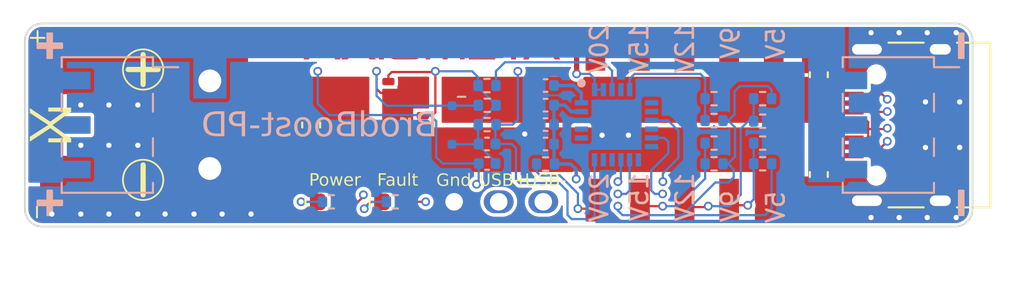
<source format=kicad_pcb>
(kicad_pcb (version 20241229) (generator "pcbnew") (generator_version "9.0")
  (layers (0 "F.Cu" mixed) (4 "In1.Cu" signal) (6 "In2.Cu" signal) (2 "B.Cu" mixed) (13 "F.Paste" user) (15 "B.Paste" user) (5 "F.SilkS" user "F.Silkscreen") (7 "B.SilkS" user "B.Silkscreen") (1 "F.Mask" user) (3 "B.Mask" user) (25 "Edge.Cuts" user))
  (net 0 "")
  (net 1 "GND")
  (net 2 "+3V3")
  (net 3 "/CC2")
  (net 4 "/CC1")
  (net 5 "/USB_M")
  (net 6 "/USB_P")
  (net 12 "/SCL_3")
  (net 13 "/SDA_3")
  (net 14 "/USB_C_V+")
  (net 15 "Net-(D2-A)")
  (net 16 "/OUTPUT_V+")
  (net 17 "Net-(IC1-VCCD)")
  (net 18 "/FAULT_LED")
  (net 19 "Net-(D3-K)")
  (net 20 "/VBUS_FET_EN")
  (net 21 "/INT_3")
  (net 22 "Net-(D2-K)")
  (net 23 "/VBUS_MAX")
  (net 24 "/ISNK_COARSE")
  (net 25 "Net-(D1-K)")
  (net 28 "Net-(R16-Pad1)")
  (net 29 "Net-(R18-Pad1)")
  (net 30 "Net-(R20-Pad1)")
  (net 31 "Net-(R1-Pad2)")
  (footprint "aArtWork:Axiometa_Logo" (layer "F.Cu") (at 147.714223 99.194205)
    (property "Reference" "G***" (hide yes))
    (property "Value" "LOGO" (hide yes))
  )
  (footprint "Connector_PinSocket_2.54mm:PinSocket_1x02_P2.54mm_Vertical_SMD_Pin1Left" (layer "F.Cu") (at 128.733178 103.36375 180)
    (property "Reference" "N21" (hide yes))
    (property "Value" "Conn_01x02_Pin" (hide yes))
  )
  (footprint "TerminalBlock_4Ucon:TerminalBlock_4Ucon_1x02_P3.50mm_Vertical" (layer "F.Cu") (at 136.153178 103.34775 -90)
    (property "Reference" "J4" (hide yes))
    (property "Value" "Conn_01x02_Pin" (hide yes))
  )
  (footprint "Capacitor_SMD:C_0603_1608Metric" (layer "F.Cu") (at 170.853178 100.49775 90)
    (property "Reference" "C3" (hide yes))
    (property "Value" "0.1 uF")
  )
  (footprint "Capacitor_SMD:C_0603_1608Metric" (layer "F.Cu") (at 170.853178 106.19075 -90)
    (property "Reference" "C1" (hide yes))
    (property "Value" "3.3 uF")
  )
  (footprint "Package_SON:Diodes_PowerDI3333-8" (layer "F.Cu") (at 144.829178 101.86075 180)
    (property "Reference" "Q3" (hide yes))
    (property "Value" "DMP3013")
  )
  (footprint "LED_SMD:LED_0603_1608Metric" (layer "F.Cu") (at 146.745178 107.74775)
    (property "Reference" "D3" (hide yes))
    (property "Value" "Red")
  )
  (footprint "LED_SMD:LED_0603_1608Metric" (layer "F.Cu") (at 143.082178 107.74775)
    (property "Reference" "D1" (hide yes))
    (property "Value" "Green")
  )
  (footprint "aArtWork:Axiometa_2mm" (layer "F.Cu") (at 127.078178 103.36375 -90)
    (property "Reference" "G***" (hide yes))
    (property "Value" "LOGO" (hide yes))
  )
  (footprint "Connector_PinHeader_2.54mm:PinHeader_1x04_P2.54mm_Horizontal" (layer "F.Cu") (at 157.693178 107.74775 -90)
    (property "Reference" "J6" (hide yes))
    (property "Value" "Output" (hide yes))
  )
  (footprint "Button_Switch_SMD:SW_DIP_SPSTx05_Slide_9.78x14.88mm_W8.61mm_P2.54mm" (layer "F.Cu") (at 163.203178 103.34775 -90)
    (property "Reference" "SW1" (hide yes))
    (property "Value" "SW_DIP_x05" (hide yes))
  )
  (footprint "Package_SON:Diodes_PowerDI3333-8" (layer "F.Cu") (at 149.789178 101.85825)
    (property "Reference" "Q2" (hide yes))
    (property "Value" "DMP3013")
  )
  (footprint "aArtWork:Axiometa_Logo" (layer "F.Cu") (at 147.714223 99.194205)
    (property "Reference" "G***" (hide yes))
    (property "Value" "LOGO" (hide yes))
  )
  (footprint "Connector_USB:USB_C_Receptacle_HRO_TYPE-C-31-M-12" (layer "F.Cu") (at 176.723178 103.36625 90)
    (property "Reference" "P1" (hide yes))
    (property "Value" "USB Type C")
  )
  (footprint "Capacitor_SMD:C_0603_1608Metric" (layer "F.Cu") (at 141.928178 103.36625 -90)
    (property "Reference" "C4" (hide yes))
    (property "Value" "3.3 uF")
  )
  (footprint "Capacitor_SMD:C_0402_1005Metric" (layer "B.Cu") (at 155.285178 103.34175 180)
    (property "Reference" "C12" (hide yes))
    (property "Value" "100nF")
  )
  (footprint "Capacitor_SMD:C_0402_1005Metric" (layer "B.Cu") (at 155.285178 102.23175 180)
    (property "Reference" "C10" (hide yes))
    (property "Value" "1uF")
  )
  (footprint "Resistor_SMD:R_0402_1005Metric" (layer "B.Cu") (at 164.883178 104.39775 180)
    (property "Reference" "R21" (hide yes))
    (property "Value" "5.1k")
  )
  (footprint "Capacitor_SMD:C_0402_1005Metric" (layer "B.Cu") (at 155.285178 104.45175 180)
    (property "Reference" "C11" (hide yes))
    (property "Value" "1uF")
  )
  (footprint "Resistor_SMD:R_0402_1005Metric" (layer "B.Cu") (at 167.653178 105.57775)
    (property "Reference" "R16" (hide yes))
    (property "Value" "5.1k")
  )
  (footprint "Capacitor_SMD:C_0402_1005Metric" (layer "B.Cu") (at 151.947178 104.44775 180)
    (property "Reference" "C2" (hide yes))
    (property "Value" "1uF")
  )
  (footprint "Resistor_SMD:R_0402_1005Metric" (layer "B.Cu") (at 155.285178 105.59175 180)
    (property "Reference" "R1" (hide yes))
    (property "Value" "1k")
  )
  (footprint "Capacitor_SMD:C_0402_1005Metric" (layer "B.Cu") (at 151.953178 105.55975)
    (property "Reference" "C9" (hide yes))
    (property "Value" "1uF")
  )
  (footprint "Diode_SMD:D_SOD-323F" (layer "B.Cu") (at 149.953178 103.36375 -90)
    (property "Reference" "D2" (hide yes))
    (property "Value" "15V")
  )
  (footprint "Resistor_SMD:R_0402_1005Metric" (layer "B.Cu") (at 167.653178 104.39775 180)
    (property "Reference" "R17" (hide yes))
    (property "Value" "1k")
  )
  (footprint "Connector_PinHeader_2.54mm:PinHeader_2x03_P2.54mm_Vertical_SMD" (layer "B.Cu") (at 130.313178 103.36375 180)
    (property "Reference" "J2" (hide yes))
    (property "Value" "Conn_02x02_Counter_Clockwise")
  )
  (footprint "Resistor_SMD:R_0402_1005Metric" (layer "B.Cu") (at 164.883178 101.86175 180)
    (property "Reference" "R31" (hide yes))
    (property "Value" "2.4k")
  )
  (footprint "Resistor_SMD:R_0402_1005Metric" (layer "B.Cu") (at 151.953178 103.34175)
    (property "Reference" "R8" (hide yes))
    (property "Value" "10k")
  )
  (footprint "Resistor_SMD:R_0402_1005Metric" (layer "B.Cu") (at 164.883178 103.11175)
    (property "Reference" "R30" (hide yes))
    (property "Value" "5.1k")
  )
  (footprint "Resistor_SMD:R_0402_1005Metric" (layer "B.Cu") (at 167.653178 101.86175)
    (property "Reference" "R18" (hide yes))
    (property "Value" "5.1k")
  )
  (footprint "Resistor_SMD:R_0402_1005Metric" (layer "B.Cu") (at 143.082178 107.74775 180)
    (property "Reference" "R4" (hide yes))
    (property "Value" "10k")
  )
  (footprint "Resistor_SMD:R_0402_1005Metric" (layer "B.Cu") (at 151.959178 102.23875 180)
    (property "Reference" "R9" (hide yes))
    (property "Value" "49.9k")
  )
  (footprint "Resistor_SMD:R_0402_1005Metric" (layer "B.Cu") (at 151.945178 101.11375 180)
    (property "Reference" "R10" (hide yes))
    (property "Value" "1k")
  )
  (footprint "Connector_PinHeader_2.54mm:PinHeader_2x03_P2.54mm_Vertical_SMD" (layer "B.Cu") (at 174.813178 103.36375 180)
    (property "Reference" "J1" (hide yes))
    (property "Value" "Conn_02x02_Counter_Clockwise")
  )
  (footprint "Capacitor_SMD:C_0402_1005Metric" (layer "B.Cu") (at 155.285178 101.11225 180)
    (property "Reference" "C13" (hide yes))
    (property "Value" "1uF")
  )
  (footprint "aFootprint:CYPD3177" (layer "B.Cu") (at 159.324178 103.35075 -90)
    (property "Reference" "IC1" (hide yes))
    (property "Value" "CYPD3177" (hide yes))
  )
  (footprint "Resistor_SMD:R_0402_1005Metric" (layer "B.Cu") (at 164.883178 105.57775)
    (property "Reference" "R20" (hide yes))
    (property "Value" "5.1k")
  )
  (footprint "Resistor_SMD:R_0402_1005Metric" (layer "B.Cu") (at 146.725178 107.74775 180)
    (property "Reference" "R11" (hide yes))
    (property "Value" "2k")
  )
  (footprint "Resistor_SMD:R_0402_1005Metric" (layer "B.Cu") (at 167.653178 103.14775 180)
    (property "Reference" "R19" (hide yes))
    (property "Value" "2.4k")
  )
  (gr_circle (center 132.353178 100.19775) (end 133.503178 100.19775) (stroke (width 0.1)) (fill no) (layer "F.SilkS"))
  (gr_circle (center 132.353178 106.49775) (end 133.503178 106.49775) (stroke (width 0.1)) (fill no) (layer "F.SilkS"))
  (gr_line (start 131.504428 100.19775) (end 133.201928 100.19775) (stroke (width 0.3)) (layer "F.SilkS"))
  (gr_line (start 132.353178 107.3465) (end 132.353178 105.649) (stroke (width 0.3)) (layer "F.SilkS"))
  (gr_line (start 132.353178 99.349) (end 132.353178 101.0465) (stroke (width 0.3)) (layer "F.SilkS"))
  (gr_rect (start 126.329178 107.67175) (end 127.743178 107.94775) (stroke (width 0.1)) (fill yes) (layer "B.SilkS"))
  (gr_rect (start 178.828178 107.10275) (end 179.104178 108.51675) (stroke (width 0.1)) (fill yes) (layer "B.SilkS"))
  (gr_rect (start 126.891178 107.10275) (end 127.167178 108.51675) (stroke (width 0.1)) (fill yes) (layer "B.SilkS"))
  (gr_rect (start 178.828178 98.13375) (end 179.104178 99.54775) (stroke (width 0.1)) (fill yes) (layer "B.SilkS"))
  (gr_rect (start 126.891178 98.13375) (end 127.167178 99.54775) (stroke (width 0.1)) (fill yes) (layer "B.SilkS"))
  (gr_rect (start 126.329178 98.70275) (end 127.743178 98.97875) (stroke (width 0.1)) (fill yes) (layer "B.SilkS"))
  (gr_line (start 178.613178 109.16375) (end 126.613178 109.16375) (stroke (width 0.1)) (layer "Edge.Cuts"))
  (gr_arc (start 125.613178 98.56875) (mid 125.906054 97.861611) (end 126.613178 97.56875) (stroke (width 0.1)) (layer "Edge.Cuts"))
  (gr_line (start 126.613178 97.56875) (end 178.61 97.56875) (stroke (width 0.1)) (layer "Edge.Cuts"))
  (gr_arc (start 179.613178 108.16375) (mid 179.320302 108.870889) (end 178.613178 109.16375) (stroke (width 0.1)) (layer "Edge.Cuts"))
  (gr_arc (start 178.613178 97.56875) (mid 179.320267 97.861646) (end 179.613178 98.56875) (stroke (width 0.1)) (layer "Edge.Cuts"))
  (gr_arc (start 126.613178 109.16375) (mid 125.906089 108.870854) (end 125.613178 108.16375) (stroke (width 0.1)) (layer "Edge.Cuts"))
  (gr_line (start 125.613178 108.16375) (end 125.613178 98.56875) (stroke (width 0.1)) (layer "Edge.Cuts"))
  (gr_line (start 179.613178 98.56875) (end 179.613178 108.16375) (stroke (width 0.1)) (layer "Edge.Cuts"))
  (gr_text "Power" (at 141.803178 106.94775 0) (layer "F.SilkS") (effects (font (size 0.7 0.7) (thickness 0.125)) (justify left bottom)))
  (gr_text "Fault" (at 145.683178 106.94975 0) (layer "F.SilkS") (effects (font (size 0.7 0.7) (thickness 0.125)) (justify left bottom)))
  (gr_text "-" (at 126.853178 108.74775 90) (layer "F.SilkS") (effects (font (size 1 1) (thickness 0.125)) (justify left bottom)))
  (gr_text "USB+" (at 151.453178 106.96075 0) (layer "F.SilkS") (effects (font (size 0.7 0.7) (thickness 0.125)) (justify left bottom)))
  (gr_text "Gnd" (at 149.053178 106.96075 0) (layer "F.SilkS") (effects (font (size 0.7 0.7) (thickness 0.125)) (justify left bottom)))
  (gr_text "USB-" (at 154.103178 106.96075 0) (layer "F.SilkS") (effects (font (size 0.7 0.7) (thickness 0.125)) (justify left bottom)))
  (gr_text "+" (at 125.753178 98.99775 0) (layer "F.SilkS") (effects (font (size 1 1) (thickness 0.125)) (justify left bottom)))
  (gr_text "-" (at 126.853178 108.39775 90) (layer "F.SilkS") (effects (font (size 1 1) (thickness 0.125)) (justify left bottom)))
  (gr_text "9V" (at 166.403178 97.67275 90) (layer "B.SilkS") (effects (font (size 1 1)) (justify left bottom mirror)))
  (gr_text "5V" (at 168.978178 97.72275 90) (layer "B.SilkS") (effects (font (size 1 1)) (justify left bottom mirror)))
  (gr_text "15V" (at 161.203178 105.99775 90) (layer "B.SilkS") (effects (font (size 1 1)) (justify left bottom mirror)))
  (gr_text "BrodBoost-PD" (at 142.403178 104.24775 0) (layer "B.SilkS") (effects (font (size 1.4 1.4) (thickness 0.175)) (justify bottom mirror)))
  (gr_text "15V" (at 161.203178 97.52275 90) (layer "B.SilkS") (effects (font (size 1 1)) (justify left bottom mirror)))
  (gr_text "12V" (at 163.803178 105.99775 90) (layer "B.SilkS") (effects (font (size 1 1)) (justify left bottom mirror)))
  (gr_text "9V" (at 166.403178 106.99775 90) (layer "B.SilkS") (effects (font (size 1 1)) (justify left bottom mirror)))
  (gr_text "20V" (at 158.928178 106.02275 90) (layer "B.SilkS") (effects (font (size 1 1)) (justify left bottom mirror)))
  (gr_text "5V" (at 168.978178 107.04775 90) (layer "B.SilkS") (effects (font (size 1 1)) (justify left bottom mirror)))
  (gr_text "12V" (at 163.803178 97.52275 90) (layer "B.SilkS") (effects (font (size 1 1)) (justify left bottom mirror)))
  (gr_text "20V" (at 158.928178 97.54775 90) (layer "B.SilkS") (effects (font (size 1 1)) (justify left bottom mirror)))
  (via (at 136.853178 108.44775) (size 0.5) (drill 0.3) (layers "F.Cu" "B.Cu") (net 1))
  (via (at 135.253178 108.44775) (size 0.5) (drill 0.3) (layers "F.Cu" "B.Cu") (net 1))
  (via (at 154.099178 103.87875) (size 0.5) (drill 0.3) (layers "F.Cu" "B.Cu") (net 1))
  (via (at 128.803178 104.52275) (size 0.5) (drill 0.3) (layers "F.Cu" "B.Cu") (net 1))
  (via (at 178.878178 102.04775) (size 0.5) (drill 0.3) (layers "F.Cu" "B.Cu") (net 1))
  (via (at 128.803178 108.44775) (size 0.5) (drill 0.3) (layers "F.Cu" "B.Cu") (net 1))
  (via (at 132.053178 104.52275) (size 0.5) (drill 0.3) (layers "F.Cu" "B.Cu") (net 1))
  (via (at 176.928178 104.64775) (size 0.5) (drill 0.3) (layers "F.Cu" "B.Cu") (net 1))
  (via (at 130.403178 104.52275) (size 0.5) (drill 0.3) (layers "F.Cu" "B.Cu") (net 1))
  (via (at 173.828178 98.09775) (size 0.5) (drill 0.3) (layers "F.Cu" "B.Cu") (net 1))
  (via (at 138.503178 108.44775) (size 0.5) (drill 0.3) (layers "F.Cu" "B.Cu") (net 1))
  (via (at 175.428178 108.64775) (size 0.5) (drill 0.3) (layers "F.Cu" "B.Cu") (net 1))
  (via (at 158.503178 103.94775) (size 0.5) (drill 0.3) (layers "F.Cu" "B.Cu") (net 1))
  (via (at 176.928178 102.04775) (size 0.5) (drill 0.3) (layers "F.Cu" "B.Cu") (net 1))
  (via (at 177.028178 98.09775) (size 0.5) (drill 0.3) (layers "F.Cu" "B.Cu") (net 1))
  (via (at 175.428178 98.09775) (size 0.5) (drill 0.3) (layers "F.Cu" "B.Cu") (net 1))
  (via (at 160.003178 103.94775) (size 0.5) (drill 0.3) (layers "F.Cu" "B.Cu") (net 1))
  (via (at 177.028178 108.64775) (size 0.5) (drill 0.3) (layers "F.Cu" "B.Cu") (net 1))
  (via (at 130.403178 102.22275) (size 0.5) (drill 0.3) (layers "F.Cu" "B.Cu") (net 1))
  (via (at 178.678178 108.64775) (size 0.5) (drill 0.3) (layers "F.Cu" "B.Cu") (net 1))
  (via (at 173.828178 108.64775) (size 0.5) (drill 0.3) (layers "F.Cu" "B.Cu") (net 1))
  (via (at 132.053178 102.22275) (size 0.5) (drill 0.3) (layers "F.Cu" "B.Cu") (net 1))
  (via (at 178.878178 104.64775) (size 0.5) (drill 0.3) (layers "F.Cu" "B.Cu") (net 1))
  (via (at 132.053178 108.44775) (size 0.5) (drill 0.3) (layers "F.Cu" "B.Cu") (net 1))
  (via (at 178.678178 98.09775) (size 0.5) (drill 0.3) (layers "F.Cu" "B.Cu") (net 1))
  (via (at 128.803178 102.22275) (size 0.5) (drill 0.3) (layers "F.Cu" "B.Cu") (net 1))
  (via (at 127.153178 108.44775) (size 0.5) (drill 0.3) (layers "F.Cu" "B.Cu") (net 1))
  (via (at 130.403178 108.44775) (size 0.5) (drill 0.3) (layers "F.Cu" "B.Cu") (net 1))
  (via (at 133.603178 108.44775) (size 0.5) (drill 0.3) (layers "F.Cu" "B.Cu") (net 1))
  (segment (start 157.850178 104.60075) (end 157.324178 104.60075) (width 0.127) (layer "B.Cu") (net 1))
  (segment (start 154.805178 101.11225) (end 154.805178 104.45175) (width 0.2) (layer "B.Cu") (net 1))
  (segment (start 158.503178 103.94775) (end 157.850178 104.60075) (width 0.127) (layer "B.Cu") (net 1))
  (segment (start 144.903178 107.44775) (end 144.903178 107.34775) (width 0.127) (layer "F.Cu") (net 2))
  (segment (start 144.603178 107.74775) (end 144.903178 107.44775) (width 0.127) (layer "F.Cu") (net 2))
  (segment (start 143.869678 107.74775) (end 144.603178 107.74775) (width 0.127) (layer "F.Cu") (net 2))
  (via (at 157.028178 106.44775) (size 0.5) (drill 0.3) (layers "F.Cu" "B.Cu") (net 2))
  (via (at 159.403178 107.99775) (size 0.5) (drill 0.3) (layers "F.Cu" "B.Cu") (net 2))
  (via (at 144.903178 107.34775) (size 0.5) (drill 0.3) (layers "F.Cu" "B.Cu") (net 2))
  (segment (start 168.163178 101.86175) (end 168.163178 101.35775) (width 0.127) (layer "B.Cu") (net 2))
  (segment (start 166.003178 106.34775) (end 165.703178 106.64775) (width 0.127) (layer "B.Cu") (net 2))
  (segment (start 166.053178 102.74775) (end 165.689178 103.11175) (width 0.127) (layer "B.Cu") (net 2))
  (segment (start 167.789678 108.51125) (end 168.163178 108.13775) (width 0.127) (layer "B.Cu") (net 2))
  (segment (start 165.689178 103.11175) (end 166.076178 103.49875) (width 0.127) (layer "B.Cu") (net 2))
  (segment (start 155.765178 105.561751) (end 155.795177 105.59175) (width 0.2) (layer "B.Cu") (net 2))
  (segment (start 167.953178 101.14775) (end 166.353178 101.14775) (width 0.127) (layer "B.Cu") (net 2))
  (segment (start 166.003178 105.89775) (end 166.003178 106.34775) (width 0.127) (layer "B.Cu") (net 2))
  (segment (start 165.689178 103.11175) (end 165.393178 103.11175) (width 0.127) (layer "B.Cu") (net 2))
  (segment (start 155.765178 104.45175) (end 155.765178 105.561751) (width 0.2) (layer "B.Cu") (net 2))
  (segment (start 165.393178 105.57775) (end 165.683178 105.57775) (width 0.127) (layer "B.Cu") (net 2))
  (segment (start 162.989678 108.51125) (end 167.789678 108.51125) (width 0.127) (layer "B.Cu") (net 2))
  (segment (start 165.683178 105.57775) (end 166.003178 105.89775) (width 0.127) (layer "B.Cu") (net 2))
  (segment (start 156.379178 102.23175) (end 155.765178 102.23175) (width 0.2) (layer "B.Cu") (net 2))
  (segment (start 159.403178 107.99775) (end 159.403178 108.24775) (width 0.127) (layer "B.Cu") (net 2))
  (segment (start 165.673178 105.57775) (end 165.393178 105.57775) (width 0.127) (layer "B.Cu") (net 2))
  (segment (start 168.163178 101.35775) (end 167.953178 101.14775) (width 0.127) (layer "B.Cu") (net 2))
  (segment (start 165.703178 106.64775) (end 164.953178 106.64775) (width 0.127) (layer "B.Cu") (net 2))
  (segment (start 155.765178 102.23175) (end 155.765178 103.34175) (width 0.2) (layer "B.Cu") (net 2))
  (segment (start 156.712178 105.59175) (end 157.028178 105.90775) (width 0.2) (layer "B.Cu") (net 2))
  (segment (start 159.666678 108.51125) (end 162.989678 108.51125) (width 0.127) (layer "B.Cu") (net 2))
  (segment (start 159.403178 108.24775) (end 159.666678 108.51125) (width 0.127) (layer "B.Cu") (net 2))
  (segment (start 163.089678 108.51125) (end 162.989678 108.51125) (width 0.127) (layer "B.Cu") (net 2))
  (segment (start 157.324178 102.60075) (end 156.748178 102.60075) (width 0.2) (layer "B.Cu") (net 2))
  (segment (start 155.795177 105.59175) (end 156.712178 105.59175) (width 0.2) (layer "B.Cu") (net 2))
  (segment (start 166.053178 101.44775) (end 166.053178 102.74775) (width 0.127) (layer "B.Cu") (net 2))
  (segment (start 157.028178 105.90775) (end 157.028178 106.44775) (width 0.2) (layer "B.Cu") (net 2))
  (segment (start 156.748178 102.60075) (end 156.379178 102.23175) (width 0.2) (layer "B.Cu") (net 2))
  (segment (start 166.076178 105.17475) (end 165.673178 105.57775) (width 0.127) (layer "B.Cu") (net 2))
  (segment (start 166.353178 101.14775) (end 166.053178 101.44775) (width 0.127) (layer "B.Cu") (net 2))
  (segment (start 166.076178 103.49875) (end 166.076178 105.17475) (width 0.127) (layer "B.Cu") (net 2))
  (segment (start 168.163178 108.13775) (end 168.163178 105.57775) (width 0.127) (layer "B.Cu") (net 2))
  (segment (start 164.953178 106.64775) (end 163.089678 108.51125) (width 0.127) (layer "B.Cu") (net 2))
  (segment (start 155.765178 103.34175) (end 155.765178 104.45175) (width 0.2) (layer "B.Cu") (net 2))
  (segment (start 174.753178 101.897747) (end 174.471681 101.61625) (width 0.127) (layer "F.Cu") (net 3))
  (segment (start 174.471681 101.61625) (end 172.678178 101.61625) (width 0.127) (layer "F.Cu") (net 3))
  (via (at 174.753178 101.897747) (size 0.5) (drill 0.3) (layers "F.Cu" "B.Cu") (net 3))
  (via (at 159.403178 107.29775) (size 0.5) (drill 0.3) (layers "F.Cu" "B.Cu") (net 3))
  (segment (start 160.074178 107.10175) (end 160.074178 105.35075) (width 0.127) (layer "B.Cu") (net 3))
  (segment (start 159.878178 107.29775) (end 160.074178 107.10175) (width 0.127) (layer "B.Cu") (net 3))
  (segment (start 159.403178 107.29775) (end 159.878178 107.29775) (width 0.127) (layer "B.Cu") (net 3))
  (segment (start 174.434681 104.61625) (end 172.678179 104.61625) (width 0.127) (layer "F.Cu") (net 4))
  (segment (start 174.753178 104.297753) (end 174.434681 104.61625) (width 0.127) (layer "F.Cu") (net 4))
  (via (at 174.753178 104.297753) (size 0.5) (drill 0.3) (layers "F.Cu" "B.Cu") (net 4))
  (via (at 159.403178 106.59775) (size 0.5) (drill 0.3) (layers "F.Cu" "B.Cu") (net 4))
  (segment (start 159.574178 106.42675) (end 159.574178 105.35075) (width 0.127) (layer "B.Cu") (net 4))
  (segment (start 159.403178 106.59775) (end 159.574178 106.42675) (width 0.127) (layer "B.Cu") (net 4))
  (segment (start 172.678178 103.11625) (end 173.580178 103.11625) (width 0.127) (layer "F.Cu") (net 5))
  (segment (start 174.703178 103.59775) (end 174.753178 103.54775) (width 0.127) (layer "F.Cu") (net 5))
  (segment (start 173.666678 103.59775) (end 173.666678 104.03425) (width 0.127) (layer "F.Cu") (net 5))
  (segment (start 173.666678 103.59775) (end 174.703178 103.59775) (width 0.127) (layer "F.Cu") (net 5))
  (segment (start 173.580178 103.11625) (end 173.666678 103.20275) (width 0.127) (layer "F.Cu") (net 5))
  (segment (start 173.584678 104.11625) (end 172.678178 104.11625) (width 0.127) (layer "F.Cu") (net 5))
  (segment (start 173.666678 103.20275) (end 173.666678 103.59775) (width 0.127) (layer "F.Cu") (net 5))
  (segment (start 173.666678 104.03425) (end 173.584678 104.11625) (width 0.127) (layer "F.Cu") (net 5))
  (via (at 174.753178 103.54775) (size 0.5) (drill 0.3) (layers "F.Cu" "B.Cu") (net 5))
  (segment (start 171.776178 102.61625) (end 171.689678 102.70275) (width 0.127) (layer "F.Cu") (net 6))
  (segment (start 174.753178 102.59775) (end 174.734678 102.61625) (width 0.127) (layer "F.Cu") (net 6))
  (segment (start 171.689678 103.52975) (end 171.776178 103.61625) (width 0.127) (layer "F.Cu") (net 6))
  (segment (start 171.776178 103.61625) (end 172.678178 103.61625) (width 0.127) (layer "F.Cu") (net 6))
  (segment (start 171.689678 102.70275) (end 171.689678 103.52975) (width 0.127) (layer "F.Cu") (net 6))
  (segment (start 172.678178 102.61625) (end 171.776178 102.61625) (width 0.127) (layer "F.Cu") (net 6))
  (segment (start 174.734678 102.61625) (end 172.678178 102.61625) (width 0.127) (layer "F.Cu") (net 6))
  (via (at 174.753178 102.59775) (size 0.5) (drill 0.3) (layers "F.Cu" "B.Cu") (net 6))
  (segment (start 153.703178 100.29775) (end 153.703178 100.99775) (width 0.127) (layer "F.Cu") (net 14))
  (via (at 153.703178 100.29775) (size 0.5) (drill 0.3) (layers "F.Cu" "B.Cu") (net 14))
  (segment (start 153.803178 106.67875) (end 156.06573 106.67875) (width 0.127) (layer "B.Cu") (net 14))
  (segment (start 153.703178 103.04775) (end 153.409178 103.34175) (width 0.127) (layer "B.Cu") (net 14))
  (segment (start 152.427178 104.44775) (end 153.358178 104.44775) (width 0.127) (layer "B.Cu") (net 14))
  (segment (start 156.769178 108.73475) (end 157.896178 108.73475) (width 0.127) (layer "B.Cu") (net 14))
  (segment (start 153.597178 104.68675) (end 153.597178 106.47275) (width 0.127) (layer "B.Cu") (net 14))
  (segment (start 157.896178 108.73475) (end 158.074178 108.55675) (width 0.127) (layer "B.Cu") (net 14))
  (segment (start 156.533178 108.49875) (end 156.769178 108.73475) (width 0.127) (layer "B.Cu") (net 14))
  (segment (start 158.074178 108.55675) (end 158.074178 105.35075) (width 0.127) (layer "B.Cu") (net 14))
  (segment (start 152.427178 104.51575) (end 152.463178 104.47975) (width 0.127) (layer "B.Cu") (net 14))
  (segment (start 153.358178 104.44775) (end 153.597178 104.68675) (width 0.127) (layer "B.Cu") (net 14))
  (segment (start 153.703178 100.29775) (end 153.703178 103.04775) (width 0.127) (layer "B.Cu") (net 14))
  (segment (start 156.06573 106.67875) (end 156.533178 107.146198) (width 0.127) (layer "B.Cu") (net 14))
  (segment (start 153.409178 103.34175) (end 152.463178 103.34175) (width 0.127) (layer "B.Cu") (net 14))
  (segment (start 156.533178 107.146198) (end 156.533178 108.49875) (width 0.127) (layer "B.Cu") (net 14))
  (segment (start 152.427178 104.44775) (end 152.427178 103.37775) (width 0.127) (layer "B.Cu") (net 14))
  (segment (start 153.597178 106.47275) (end 153.803178 106.67875) (width 0.127) (layer "B.Cu") (net 14))
  (segment (start 149.003178 100.29775) (end 148.852178 100.29775) (width 0.127) (layer "F.Cu") (net 15))
  (segment (start 149.003178 100.29775) (end 149.003178 102.64775) (width 0.127) (layer "F.Cu") (net 15))
  (segment (start 148.852178 100.29775) (end 148.809178 100.34075) (width 0.127) (layer "F.Cu") (net 15))
  (segment (start 149.003178 102.64775) (end 148.817678 102.83325) (width 0.127) (layer "F.Cu") (net 15))
  (segment (start 148.809178 100.34075) (end 146.521178 100.34075) (width 0.127) (layer "F.Cu") (net 15))
  (segment (start 148.817678 102.83325) (end 148.289178 102.83325) (width 0.127) (layer "F.Cu") (net 15))
  (segment (start 146.329178 100.53275) (end 146.329178 100.88575) (width 0.127) (layer "F.Cu") (net 15))
  (segment (start 146.521178 100.34075) (end 146.329178 100.53275) (width 0.127) (layer "F.Cu") (net 15))
  (via (at 149.003178 100.29775) (size 0.5) (drill 0.3) (layers "F.Cu" "B.Cu") (net 15))
  (segment (start 151.443178 104.48775) (end 152.433178 105.47775) (width 0.127) (layer "B.Cu") (net 15))
  (segment (start 152.469178 102.21375) (end 152.469178 102.23875) (width 0.127) (layer "B.Cu") (net 15))
  (segment (start 151.103178 100.29775) (end 151.435178 100.62975) (width 0.127) (layer "B.Cu") (net 15))
  (segment (start 151.435178 101.11375) (end 151.435178 101.17975) (width 0.127) (layer "B.Cu") (net 15))
  (segment (start 152.433178 105.47775) (end 152.433178 105.55975) (width 0.127) (layer "B.Cu") (net 15))
  (segment (start 151.473178 103.22775) (end 152.462178 102.23875) (width 0.127) (layer "B.Cu") (net 15))
  (segment (start 151.443178 103.34175) (end 151.443178 104.48775) (width 0.127) (layer "B.Cu") (net 15))
  (segment (start 151.473178 103.36375) (end 151.473178 103.22775) (width 0.127) (layer "B.Cu") (net 15))
  (segment (start 149.953178 104.46375) (end 151.427178 104.46375) (width 0.127) (layer "B.Cu") (net 15))
  (segment (start 151.435178 101.17975) (end 152.469178 102.21375) (width 0.127) (layer "B.Cu") (net 15))
  (segment (start 151.427178 104.46375) (end 151.443178 104.47975) (width 0.127) (layer "B.Cu") (net 15))
  (segment (start 151.435178 100.62975) (end 151.435178 101.11375) (width 0.127) (layer "B.Cu") (net 15))
  (segment (start 149.003178 100.29775) (end 151.103178 100.29775) (width 0.127) (layer "B.Cu") (net 15))
  (segment (start 152.462178 102.23875) (end 152.469178 102.23875) (width 0.127) (layer "B.Cu") (net 15))
  (segment (start 142.303178 101.24775) (end 142.303178 100.29775) (width 0.127) (layer "F.Cu") (net 16))
  (via (at 161.952143 107.297601) (size 0.5) (drill 0.3) (layers "F.Cu" "B.Cu") (net 16))
  (via (at 151.353178 106.74775) (size 0.5) (drill 0.3) (layers "F.Cu" "B.Cu") (net 16))
  (via (at 142.303178 100.29775) (size 0.5) (drill 0.3) (layers "F.Cu" "B.Cu") (net 16))
  (segment (start 162.276178 104.97475) (end 162.276178 104.32075) (width 0.127) (layer "B.Cu") (net 16))
  (segment (start 162.276178 104.32075) (end 162.056178 104.10075) (width 0.127) (layer "B.Cu") (net 16))
  (segment (start 149.415178 105.55975) (end 151.473178 105.55975) (width 0.127) (layer "B.Cu") (net 16))
  (segment (start 151.473178 106.62775) (end 151.353178 106.74775) (width 0.127) (layer "B.Cu") (net 16))
  (segment (start 149.053178 105.19775) (end 149.415178 105.55975) (width 0.127) (layer "B.Cu") (net 16))
  (segment (start 161.303178 107.09775) (end 161.303178 105.94775) (width 0.127) (layer "B.Cu") (net 16))
  (segment (start 142.303178 102.14775) (end 142.953178 102.79775) (width 0.127) (layer "B.Cu") (net 16))
  (segment (start 151.473178 105.57975) (end 151.467178 105.58575) (width 0.127) (layer "B.Cu") (net 16))
  (segment (start 148.703178 102.79775) (end 149.053178 103.14775) (width 0.127) (layer "B.Cu") (net 16))
  (segment (start 161.952143 107.297601) (end 161.503029 107.297601) (width 0.127) (layer "B.Cu") (net 16))
  (segment (start 142.953178 102.79775) (end 148.703178 102.79775) (width 0.127) (layer "B.Cu") (net 16))
  (segment (start 161.303178 105.94775) (end 162.276178 104.97475) (width 0.127) (layer "B.Cu") (net 16))
  (segment (start 149.053178 103.14775) (end 149.053178 105.19775) (width 0.127) (layer "B.Cu") (net 16))
  (segment (start 151.435178 105.55375) (end 151.467178 105.58575) (width 0.127) (layer "B.Cu") (net 16))
  (segment (start 151.473178 105.55975) (end 151.473178 106.62775) (width 0.127) (layer "B.Cu") (net 16))
  (segment (start 162.056178 104.10075) (end 161.324178 104.10075) (width 0.127) (layer "B.Cu") (net 16))
  (segment (start 142.303178 100.29775) (end 142.303178 102.14775) (width 0.127) (layer "B.Cu") (net 16))
  (segment (start 161.503029 107.297601) (end 161.303178 107.09775) (width 0.127) (layer "B.Cu") (net 16))
  (segment (start 157.324178 101.54675) (end 156.889678 101.11225) (width 0.2) (layer "B.Cu") (net 17))
  (segment (start 156.889678 101.11225) (end 155.765178 101.11225) (width 0.2) (layer "B.Cu") (net 17))
  (segment (start 157.324178 102.10075) (end 157.324178 101.54675) (width 0.2) (layer "B.Cu") (net 17))
  (segment (start 147.532678 107.74775) (end 148.453178 107.74775) (width 0.127) (layer "F.Cu") (net 18))
  (via (at 161.966678 106.59775) (size 0.5) (drill 0.3) (layers "F.Cu" "B.Cu") (net 18))
  (via (at 148.453178 107.74775) (size 0.5) (drill 0.3) (layers "F.Cu" "B.Cu") (net 18))
  (segment (start 162.256178 103.10075) (end 161.324178 103.10075) (width 0.127) (layer "B.Cu") (net 18))
  (segment (start 162.853178 103.69775) (end 162.256178 103.10075) (width 0.127) (layer "B.Cu") (net 18))
  (segment (start 161.966678 106.13425) (end 162.853178 105.24775) (width 0.127) (layer "B.Cu") (net 18))
  (segment (start 161.966678 106.59775) (end 161.966678 106.13425) (width 0.127) (layer "B.Cu") (net 18))
  (segment (start 162.853178 105.24775) (end 162.853178 103.69775) (width 0.127) (layer "B.Cu") (net 18))
  (segment (start 145.303178 107.74775) (end 145.957678 107.74775) (width 0.127) (layer "F.Cu") (net 19))
  (segment (start 144.953178 108.14775) (end 144.953178 108.09775) (width 0.127) (layer "F.Cu") (net 19))
  (segment (start 144.953178 108.09775) (end 145.303178 107.74775) (width 0.127) (layer "F.Cu") (net 19))
  (via (at 144.953178 108.14775) (size 0.5) (drill 0.3) (layers "F.Cu" "B.Cu") (net 19))
  (segment (start 145.353178 107.74775) (end 146.215178 107.74775) (width 0.127) (layer "B.Cu") (net 19))
  (segment (start 144.953178 108.14775) (end 145.353178 107.74775) (width 0.127) (layer "B.Cu") (net 19))
  (segment (start 158.589678 99.78425) (end 159.074178 100.26875) (width 0.127) (layer "B.Cu") (net 20))
  (segment (start 152.455178 101.11375) (end 152.455178 100.29575) (width 0.127) (layer "B.Cu") (net 20))
  (segment (start 152.455178 100.29575) (end 152.966678 99.78425) (width 0.127) (layer "B.Cu") (net 20))
  (segment (start 159.074178 100.26875) (end 159.074178 101.35075) (width 0.127) (layer "B.Cu") (net 20))
  (segment (start 152.966678 99.78425) (end 158.589678 99.78425) (width 0.127) (layer "B.Cu") (net 20))
  (segment (start 145.653178 101.297094) (end 145.653178 100.29775) (width 0.127) (layer "F.Cu") (net 22))
  (segment (start 145.891834 101.53575) (end 145.653178 101.297094) (width 0.127) (layer "F.Cu") (net 22))
  (segment (start 146.329178 101.53575) (end 145.891834 101.53575) (width 0.127) (layer "F.Cu") (net 22))
  (via (at 145.653178 100.29775) (size 0.5) (drill 0.3) (layers "F.Cu" "B.Cu") (net 22))
  (segment (start 149.953178 102.26375) (end 151.424178 102.26375) (width 0.127) (layer "B.Cu") (net 22))
  (segment (start 145.653178 101.69775) (end 146.219178 102.26375) (width 0.127) (layer "B.Cu") (net 22))
  (segment (start 145.653178 100.29775) (end 145.653178 101.69775) (width 0.127) (layer "B.Cu") (net 22))
  (segment (start 151.424178 102.26375) (end 151.449178 102.23875) (width 0.127) (layer "B.Cu") (net 22))
  (segment (start 146.219178 102.26375) (end 149.953178 102.26375) (width 0.127) (layer "B.Cu") (net 22))
  (segment (start 168.283178 99.04275) (end 158.123178 99.04275) (width 0.3) (layer "F.Cu") (net 23))
  (segment (start 157.408178 99.04275) (end 158.123178 99.04275) (width 0.3) (layer "F.Cu") (net 23))
  (segment (start 157.053178 100.44775) (end 157.053178 99.39775) (width 0.3) (layer "F.Cu") (net 23))
  (segment (start 157.053178 99.39775) (end 157.408178 99.04275) (width 0.3) (layer "F.Cu") (net 23))
  (via (at 157.053178 100.44775) (size 0.5) (drill 0.3) (layers "F.Cu" "B.Cu") (net 23))
  (segment (start 158.074178 100.71875) (end 158.074178 101.35075) (width 0.127) (layer "B.Cu") (net 23))
  (segment (start 158.574178 101.35075) (end 158.074178 101.35075) (width 0.127) (layer "B.Cu") (net 23))
  (segment (start 157.803178 100.44775) (end 158.074178 100.71875) (width 0.127) (layer "B.Cu") (net 23))
  (segment (start 157.053178 100.44775) (end 157.803178 100.44775) (width 0.127) (layer "B.Cu") (net 23))
  (segment (start 164.103178 100.44775) (end 164.373178 100.71775) (width 0.127) (layer "B.Cu") (net 24))
  (segment (start 160.074178 101.35075) (end 160.074178 100.72675) (width 0.127) (layer "B.Cu") (net 24))
  (segment (start 164.373178 100.71775) (end 164.373178 101.86175) (width 0.127) (layer "B.Cu") (net 24))
  (segment (start 160.353178 100.44775) (end 164.103178 100.44775) (width 0.127) (layer "B.Cu") (net 24))
  (segment (start 164.373178 101.86175) (end 164.373178 103.11175) (width 0.127) (layer "B.Cu") (net 24))
  (segment (start 160.074178 100.72675) (end 160.353178 100.44775) (width 0.127) (layer "B.Cu") (net 24))
  (segment (start 142.294678 107.74775) (end 141.353178 107.74775) (width 0.127) (layer "F.Cu") (net 25))
  (via (at 141.353178 107.74775) (size 0.5) (drill 0.3) (layers "F.Cu" "B.Cu") (net 25))
  (segment (start 142.572178 107.74775) (end 141.353178 107.74775) (width 0.127) (layer "B.Cu") (net 25))
  (segment (start 165.953178 107.94775) (end 165.743178 107.73775) (width 0.127) (layer "F.Cu") (net 28))
  (segment (start 165.743178 107.73775) (end 165.743178 107.65275) (width 0.127) (layer "F.Cu") (net 28))
  (segment (start 166.803178 107.94775) (end 165.953178 107.94775) (width 0.127) (layer "F.Cu") (net 28))
  (via (at 166.803178 107.94775) (size 0.5) (drill 0.3) (layers "F.Cu" "B.Cu") (net 28))
  (segment (start 166.803178 107.94775) (end 167.143178 107.60775) (width 0.127) (layer "B.Cu") (net 28))
  (segment (start 167.143178 107.60775) (end 167.143178 105.57775) (width 0.127) (layer "B.Cu") (net 28))
  (segment (start 167.143178 104.39775) (end 167.143178 105.57775) (width 0.127) (layer "B.Cu") (net 28))
  (segment (start 164.553178 107.99775) (end 164.503178 108.04775) (width 0.127) (layer "F.Cu") (net 29))
  (segment (start 163.253178 108.04775) (end 163.203178 107.99775) (width 0.127) (layer "F.Cu") (net 29))
  (segment (start 164.503178 108.04775) (end 163.253178 108.04775) (width 0.127) (layer "F.Cu") (net 29))
  (segment (start 163.203178 107.99775) (end 163.203178 107.65275) (width 0.127) (layer "F.Cu") (net 29))
  (via (at 164.553178 107.99775) (size 0.5) (drill 0.3) (layers "F.Cu" "B.Cu") (net 29))
  (segment (start 167.143178 101.86175) (end 167.143178 103.14775) (width 0.127) (layer "B.Cu") (net 29))
  (segment (start 164.553178 107.99775) (end 165.753178 107.99775) (width 0.127) (layer "B.Cu") (net 29))
  (segment (start 166.828178 103.14775) (end 167.143178 103.14775) (width 0.127) (layer "B.Cu") (net 29))
  (segment (start 166.403178 103.57275) (end 166.828178 103.14775) (width 0.127) (layer "B.Cu") (net 29))
  (segment (start 166.403178 107.34775) (end 166.403178 103.57275) (width 0.127) (layer "B.Cu") (net 29))
  (segment (start 165.753178 107.99775) (end 166.403178 107.34775) (width 0.127) (layer "B.Cu") (net 29))
  (segment (start 161.008178 107.99775) (end 160.663178 107.65275) (width 0.127) (layer "F.Cu") (net 30))
  (segment (start 161.953178 107.99775) (end 161.008178 107.99775) (width 0.127) (layer "F.Cu") (net 30))
  (via (at 161.953178 107.99775) (size 0.5) (drill 0.3) (layers "F.Cu" "B.Cu") (net 30))
  (segment (start 161.953178 107.99775) (end 162.803178 107.99775) (width 0.127) (layer "B.Cu") (net 30))
  (segment (start 164.373178 106.42775) (end 164.373178 105.57775) (width 0.127) (layer "B.Cu") (net 30))
  (segment (start 164.373178 104.39775) (end 164.373178 105.57775) (width 0.127) (layer "B.Cu") (net 30))
  (segment (start 162.803178 107.99775) (end 164.373178 106.42775) (width 0.127) (layer "B.Cu") (net 30))
  (segment (start 157.127178 108.14075) (end 157.635178 108.14075) (width 0.127) (layer "F.Cu") (net 31))
  (segment (start 157.635178 108.14075) (end 158.123178 107.65275) (width 0.127) (layer "F.Cu") (net 31))
  (via (at 157.127178 108.14075) (size 0.5) (drill 0.3) (layers "F.Cu" "B.Cu") (net 31))
  (segment (start 154.775179 105.59175) (end 154.775179 106.037751) (width 0.127) (layer "B.Cu") (net 31))
  (segment (start 156.093178 106.24375) (end 157.127178 107.27775) (width 0.127) (layer "B.Cu") (net 31))
  (segment (start 154.775179 106.037751) (end 154.981178 106.24375) (width 0.127) (layer "B.Cu") (net 31))
  (segment (start 154.981178 106.24375) (end 156.093178 106.24375) (width 0.127) (layer "B.Cu") (net 31))
  (segment (start 157.127178 107.27775) (end 157.127178 108.14075) (width 0.127) (layer "B.Cu") (net 31))
  (zone (net 16) (net_name "/OUTPUT_V+") (layer "F.Cu") (connect_pads yes (clearance 0)) (min_thickness 0.1) (fill yes (thermal_gap 0.5) (thermal_bridge_width 0.5) (island_removal_mode 1) (island_area_min 10))
    (polygon (pts (xy 138.330953 101.476746) (xy 138.333333 98.917746) (xy 126.486646 98.917746) (xy 126.487695 101.476746)))
  )
  (zone (net 16) (net_name "/OUTPUT_V+") (layer "F.Cu") (connect_pads yes (clearance 0)) (min_thickness 0.1) (fill yes (thermal_gap 0.5) (thermal_bridge_width 0.5) (island_removal_mode 1) (island_area_min 10))
    (polygon (pts (xy 145.238492 103.24425) (xy 145.240944 100.60725) (xy 134.253647 100.60725) (xy 134.254727 103.24425)))
  )
  (zone (net 14) (net_name "/USB_C_V+") (layer "F.Cu") (connect_pads yes (clearance 0)) (min_thickness 0.1) (fill yes (thermal_gap 0.5) (thermal_bridge_width 0.5) (island_removal_mode 1) (island_area_min 10))
    (polygon (pts (xy 171.410105 103.23825) (xy 171.412548 100.61125) (xy 149.362081 100.61125) (xy 149.363158 103.23825)))
  )
  (zone (net 14) (net_name "/USB_C_V+") (layer "F.Cu") (name "1") (priority 2) (connect_pads yes (clearance 0)) (min_thickness 0.1) (fill yes (thermal_gap 0.5) (thermal_bridge_width 0.5) (island_removal_mode 1) (island_area_min 10))
    (polygon (pts (xy 170.279178 105.51475) (xy 173.402178 105.51475) (xy 173.402178 106.11475) (xy 170.279178 106.11475)))
  )
  (zone (net 14) (net_name "/USB_C_V+") (layer "F.Cu") (name "1") (priority 2) (connect_pads yes (clearance 0)) (min_thickness 0.1) (fill yes (thermal_gap 0.5) (thermal_bridge_width 0.5) (island_removal_mode 1) (island_area_min 10))
    (polygon (pts (xy 169.939178 100.61575) (xy 173.402178 100.61575) (xy 173.402178 101.21575) (xy 169.939178 101.21575)))
  )
  (zone (net 1) (net_name "GND") (layer "F.Cu") (connect_pads yes (clearance 0)) (min_thickness 0.1) (fill yes (thermal_gap 0.5) (thermal_bridge_width 0.5) (island_removal_mode 1) (island_area_min 10))
    (polygon (pts (xy 167.213517 109.37975) (xy 181.467517 109.393007) (xy 181.467517 106.296133) (xy 167.213517 106.301973)))
  )
  (zone (net 22) (net_name "Net-(D2-K)") (layer "F.Cu") (name "1") (connect_pads yes (clearance 0)) (min_thickness 0.1) (fill yes (thermal_gap 0.5) (thermal_bridge_width 0.5) (island_removal_mode 1) (island_area_min 10))
    (polygon (pts (xy 145.978178 103.23825) (xy 145.978178 101.29425) (xy 146.839178 101.29425) (xy 146.839178 100.60325) (xy 148.645178 100.60325) (xy 148.645178 102.42425) (xy 147.739178 102.42425) (xy 147.739178 103.23825)))
  )
  (zone (net 1) (net_name "GND") (layer "F.Cu") (connect_pads yes (clearance 0)) (min_thickness 0.1) (fill yes (thermal_gap 0.5) (thermal_bridge_width 0.5) (island_removal_mode 1) (island_area_min 10))
    (polygon (pts (xy 138.337076 107.79975) (xy 138.339456 105.24075) (xy 126.486646 105.24075) (xy 126.487695 107.79975)))
  )
  (zone (net 1) (net_name "GND") (layer "F.Cu") (name "1") (priority 2) (connect_pads yes (clearance 0)) (min_thickness 0.1) (fill yes (thermal_gap 0.5) (thermal_bridge_width 0.5) (island_removal_mode 1) (island_area_min 10))
    (polygon (pts (xy 182.551178 97.05175) (xy 182.551178 109.63475) (xy 176.439822 109.63475) (xy 176.439822 97.05175)))
  )
  (zone (net 1) (net_name "GND") (layer "F.Cu") (connect_pads yes (clearance 0)) (min_thickness 0.1) (fill yes (thermal_gap 0.5) (thermal_bridge_width 0.5) (island_removal_mode 1) (island_area_min 10))
    (polygon (pts (xy 169.972306 106.04975) (xy 169.974674 103.50475) (xy 134.228089 103.50475) (xy 134.229132 106.04975)))
  )
  (zone (net 14) (net_name "/USB_C_V+") (layer "F.Cu") (name "1") (priority 2) (connect_pads yes (clearance 0)) (min_thickness 0.1) (fill yes (thermal_gap 0.5) (thermal_bridge_width 0.5) (island_removal_mode 1) (island_area_min 10))
    (polygon (pts (xy 170.269178 100.61075) (xy 171.416178 100.61075) (xy 171.416178 106.11475) (xy 170.269178 106.11475)))
  )
  (zone (net 1) (net_name "GND") (layer "F.Cu") (connect_pads yes (clearance 0)) (min_thickness 0.1) (fill yes (thermal_gap 0.5) (thermal_bridge_width 0.5) (island_removal_mode 1) (island_area_min 10))
    (polygon (pts (xy 169.892517 100.408242) (xy 181.467517 100.419007) (xy 181.467517 97.322133) (xy 169.892517 97.326875)))
  )
  (zone (net 1) (net_name "GND") (layer "F.Cu") (connect_pads yes (clearance 0)) (min_thickness 0.1) (fill yes (thermal_gap 0.5) (thermal_bridge_width 0.5) (island_removal_mode 1) (island_area_min 10))
    (polygon (pts (xy 169.970453 109.37975) (xy 169.975867 103.55875) (xy 167.211132 103.55875) (xy 167.213517 109.37975)))
  )
  (zone (net 16) (net_name "/OUTPUT_V+") (layer "B.Cu") (priority 1) (connect_pads yes (clearance 0)) (min_thickness 0.1) (fill yes (thermal_gap 0.5) (thermal_bridge_width 0.5) (island_removal_mode 1) (island_area_min 10))
    (polygon (pts (xy 172.348178 106.628432) (xy 170.247178 106.630387) (xy 170.247178 97.253436) (xy 172.348178 97.254297)))
  )
  (zone (net 16) (net_name "/OUTPUT_V+") (layer "B.Cu") (priority 1) (connect_pads yes (clearance 0)) (min_thickness 0.1) (fill yes (thermal_gap 0.5) (thermal_bridge_width 0.5) (island_removal_mode 1) (island_area_min 10))
    (polygon (pts (xy 127.801334 106.658547) (xy 125.208334 106.660959) (xy 125.208334 97.252418) (xy 127.801334 97.25348)))
  )
  (zone (net 16) (net_name "/OUTPUT_V+") (layer "B.Cu") (priority 1) (connect_pads yes (clearance 0)) (min_thickness 0.1) (fill yes (thermal_gap 0.5) (thermal_bridge_width 0.5) (island_removal_mode 1) (island_area_min 10))
    (polygon (pts (xy 126.021471 99.54975) (xy 126.019334 97.25275) (xy 172.342063 97.25275) (xy 172.341122 99.54975)))
  )
  (zone (net 16) (net_name "/OUTPUT_V+") (layer "B.Cu") (priority 1) (connect_pads yes (clearance 0)) (min_thickness 0.1) (fill yes (thermal_gap 0.5) (thermal_bridge_width 0.5) (island_removal_mode 1) (island_area_min 10))
    (polygon (pts (xy 137.103178 101.857874) (xy 135.210178 101.859634) (xy 135.210178 97.252397) (xy 137.103178 97.253173)))
  )
  (zone (net 1) (net_name "GND") (layers "B.Cu" "In1.Cu" "In2.Cu") (connect_pads yes (clearance 0)) (min_thickness 0.1) (fill yes (thermal_gap 0.5) (thermal_bridge_width 0.5))
    (polygon (pts (xy 181.469487 110.533702) (xy 181.482792 96.230752) (xy 124.198912 96.230752) (xy 124.204779 110.533702)))
  )
)
</source>
